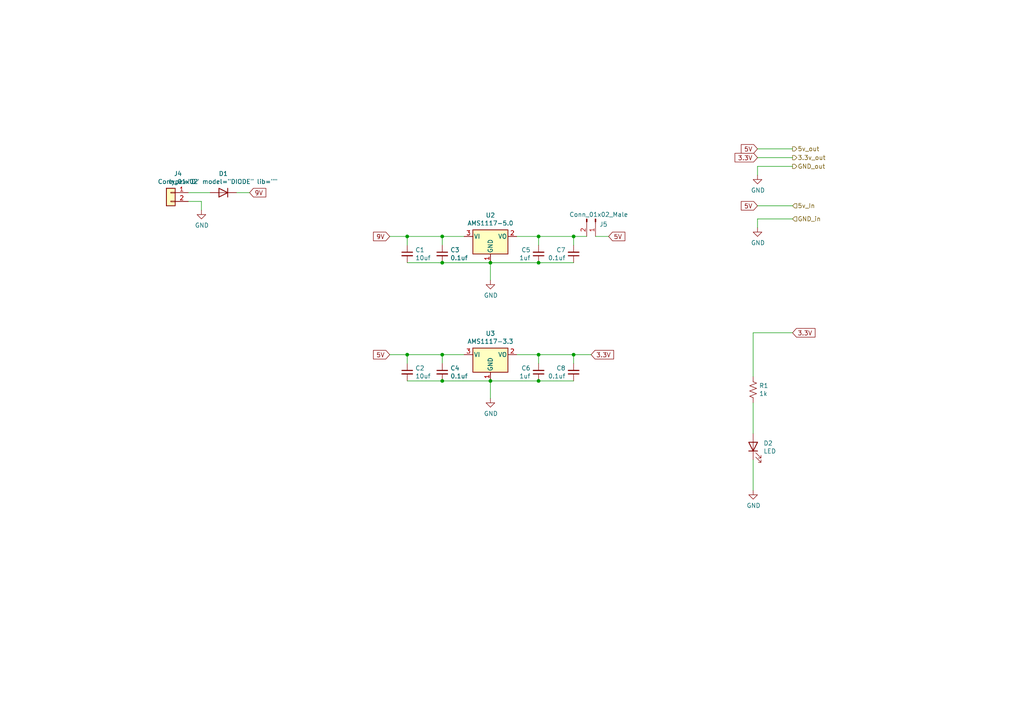
<source format=kicad_sch>
(kicad_sch (version 20211123) (generator eeschema)

  (uuid 7760a75a-d74b-4185-b34e-cbc7b2c339b6)

  (paper "A4")

  (lib_symbols
    (symbol "Connector:Conn_01x02_Male" (pin_names (offset 1.016) hide) (in_bom yes) (on_board yes)
      (property "Reference" "J" (id 0) (at 0 2.54 0)
        (effects (font (size 1.27 1.27)))
      )
      (property "Value" "Conn_01x02_Male" (id 1) (at 0 -5.08 0)
        (effects (font (size 1.27 1.27)))
      )
      (property "Footprint" "" (id 2) (at 0 0 0)
        (effects (font (size 1.27 1.27)) hide)
      )
      (property "Datasheet" "~" (id 3) (at 0 0 0)
        (effects (font (size 1.27 1.27)) hide)
      )
      (property "ki_keywords" "connector" (id 4) (at 0 0 0)
        (effects (font (size 1.27 1.27)) hide)
      )
      (property "ki_description" "Generic connector, single row, 01x02, script generated (kicad-library-utils/schlib/autogen/connector/)" (id 5) (at 0 0 0)
        (effects (font (size 1.27 1.27)) hide)
      )
      (property "ki_fp_filters" "Connector*:*_1x??_*" (id 6) (at 0 0 0)
        (effects (font (size 1.27 1.27)) hide)
      )
      (symbol "Conn_01x02_Male_1_1"
        (polyline
          (pts
            (xy 1.27 -2.54)
            (xy 0.8636 -2.54)
          )
          (stroke (width 0.1524) (type default) (color 0 0 0 0))
          (fill (type none))
        )
        (polyline
          (pts
            (xy 1.27 0)
            (xy 0.8636 0)
          )
          (stroke (width 0.1524) (type default) (color 0 0 0 0))
          (fill (type none))
        )
        (rectangle (start 0.8636 -2.413) (end 0 -2.667)
          (stroke (width 0.1524) (type default) (color 0 0 0 0))
          (fill (type outline))
        )
        (rectangle (start 0.8636 0.127) (end 0 -0.127)
          (stroke (width 0.1524) (type default) (color 0 0 0 0))
          (fill (type outline))
        )
        (pin passive line (at 5.08 0 180) (length 3.81)
          (name "Pin_1" (effects (font (size 1.27 1.27))))
          (number "1" (effects (font (size 1.27 1.27))))
        )
        (pin passive line (at 5.08 -2.54 180) (length 3.81)
          (name "Pin_2" (effects (font (size 1.27 1.27))))
          (number "2" (effects (font (size 1.27 1.27))))
        )
      )
    )
    (symbol "Connector_Generic:Conn_01x02" (pin_names (offset 1.016) hide) (in_bom yes) (on_board yes)
      (property "Reference" "J" (id 0) (at 0 2.54 0)
        (effects (font (size 1.27 1.27)))
      )
      (property "Value" "Conn_01x02" (id 1) (at 0 -5.08 0)
        (effects (font (size 1.27 1.27)))
      )
      (property "Footprint" "" (id 2) (at 0 0 0)
        (effects (font (size 1.27 1.27)) hide)
      )
      (property "Datasheet" "~" (id 3) (at 0 0 0)
        (effects (font (size 1.27 1.27)) hide)
      )
      (property "ki_keywords" "connector" (id 4) (at 0 0 0)
        (effects (font (size 1.27 1.27)) hide)
      )
      (property "ki_description" "Generic connector, single row, 01x02, script generated (kicad-library-utils/schlib/autogen/connector/)" (id 5) (at 0 0 0)
        (effects (font (size 1.27 1.27)) hide)
      )
      (property "ki_fp_filters" "Connector*:*_1x??_*" (id 6) (at 0 0 0)
        (effects (font (size 1.27 1.27)) hide)
      )
      (symbol "Conn_01x02_1_1"
        (rectangle (start -1.27 -2.413) (end 0 -2.667)
          (stroke (width 0.1524) (type default) (color 0 0 0 0))
          (fill (type none))
        )
        (rectangle (start -1.27 0.127) (end 0 -0.127)
          (stroke (width 0.1524) (type default) (color 0 0 0 0))
          (fill (type none))
        )
        (rectangle (start -1.27 1.27) (end 1.27 -3.81)
          (stroke (width 0.254) (type default) (color 0 0 0 0))
          (fill (type background))
        )
        (pin passive line (at -5.08 0 0) (length 3.81)
          (name "Pin_1" (effects (font (size 1.27 1.27))))
          (number "1" (effects (font (size 1.27 1.27))))
        )
        (pin passive line (at -5.08 -2.54 0) (length 3.81)
          (name "Pin_2" (effects (font (size 1.27 1.27))))
          (number "2" (effects (font (size 1.27 1.27))))
        )
      )
    )
    (symbol "Device:C_Small" (pin_numbers hide) (pin_names (offset 0.254) hide) (in_bom yes) (on_board yes)
      (property "Reference" "C" (id 0) (at 0.254 1.778 0)
        (effects (font (size 1.27 1.27)) (justify left))
      )
      (property "Value" "C_Small" (id 1) (at 0.254 -2.032 0)
        (effects (font (size 1.27 1.27)) (justify left))
      )
      (property "Footprint" "" (id 2) (at 0 0 0)
        (effects (font (size 1.27 1.27)) hide)
      )
      (property "Datasheet" "~" (id 3) (at 0 0 0)
        (effects (font (size 1.27 1.27)) hide)
      )
      (property "ki_keywords" "capacitor cap" (id 4) (at 0 0 0)
        (effects (font (size 1.27 1.27)) hide)
      )
      (property "ki_description" "Unpolarized capacitor, small symbol" (id 5) (at 0 0 0)
        (effects (font (size 1.27 1.27)) hide)
      )
      (property "ki_fp_filters" "C_*" (id 6) (at 0 0 0)
        (effects (font (size 1.27 1.27)) hide)
      )
      (symbol "C_Small_0_1"
        (polyline
          (pts
            (xy -1.524 -0.508)
            (xy 1.524 -0.508)
          )
          (stroke (width 0.3302) (type default) (color 0 0 0 0))
          (fill (type none))
        )
        (polyline
          (pts
            (xy -1.524 0.508)
            (xy 1.524 0.508)
          )
          (stroke (width 0.3048) (type default) (color 0 0 0 0))
          (fill (type none))
        )
      )
      (symbol "C_Small_1_1"
        (pin passive line (at 0 2.54 270) (length 2.032)
          (name "~" (effects (font (size 1.27 1.27))))
          (number "1" (effects (font (size 1.27 1.27))))
        )
        (pin passive line (at 0 -2.54 90) (length 2.032)
          (name "~" (effects (font (size 1.27 1.27))))
          (number "2" (effects (font (size 1.27 1.27))))
        )
      )
    )
    (symbol "Device:LED" (pin_numbers hide) (pin_names (offset 1.016) hide) (in_bom yes) (on_board yes)
      (property "Reference" "D" (id 0) (at 0 2.54 0)
        (effects (font (size 1.27 1.27)))
      )
      (property "Value" "LED" (id 1) (at 0 -2.54 0)
        (effects (font (size 1.27 1.27)))
      )
      (property "Footprint" "" (id 2) (at 0 0 0)
        (effects (font (size 1.27 1.27)) hide)
      )
      (property "Datasheet" "~" (id 3) (at 0 0 0)
        (effects (font (size 1.27 1.27)) hide)
      )
      (property "ki_keywords" "LED diode" (id 4) (at 0 0 0)
        (effects (font (size 1.27 1.27)) hide)
      )
      (property "ki_description" "Light emitting diode" (id 5) (at 0 0 0)
        (effects (font (size 1.27 1.27)) hide)
      )
      (property "ki_fp_filters" "LED* LED_SMD:* LED_THT:*" (id 6) (at 0 0 0)
        (effects (font (size 1.27 1.27)) hide)
      )
      (symbol "LED_0_1"
        (polyline
          (pts
            (xy -1.27 -1.27)
            (xy -1.27 1.27)
          )
          (stroke (width 0.254) (type default) (color 0 0 0 0))
          (fill (type none))
        )
        (polyline
          (pts
            (xy -1.27 0)
            (xy 1.27 0)
          )
          (stroke (width 0) (type default) (color 0 0 0 0))
          (fill (type none))
        )
        (polyline
          (pts
            (xy 1.27 -1.27)
            (xy 1.27 1.27)
            (xy -1.27 0)
            (xy 1.27 -1.27)
          )
          (stroke (width 0.254) (type default) (color 0 0 0 0))
          (fill (type none))
        )
        (polyline
          (pts
            (xy -3.048 -0.762)
            (xy -4.572 -2.286)
            (xy -3.81 -2.286)
            (xy -4.572 -2.286)
            (xy -4.572 -1.524)
          )
          (stroke (width 0) (type default) (color 0 0 0 0))
          (fill (type none))
        )
        (polyline
          (pts
            (xy -1.778 -0.762)
            (xy -3.302 -2.286)
            (xy -2.54 -2.286)
            (xy -3.302 -2.286)
            (xy -3.302 -1.524)
          )
          (stroke (width 0) (type default) (color 0 0 0 0))
          (fill (type none))
        )
      )
      (symbol "LED_1_1"
        (pin passive line (at -3.81 0 0) (length 2.54)
          (name "K" (effects (font (size 1.27 1.27))))
          (number "1" (effects (font (size 1.27 1.27))))
        )
        (pin passive line (at 3.81 0 180) (length 2.54)
          (name "A" (effects (font (size 1.27 1.27))))
          (number "2" (effects (font (size 1.27 1.27))))
        )
      )
    )
    (symbol "Device:R_US" (pin_numbers hide) (pin_names (offset 0)) (in_bom yes) (on_board yes)
      (property "Reference" "R" (id 0) (at 2.54 0 90)
        (effects (font (size 1.27 1.27)))
      )
      (property "Value" "R_US" (id 1) (at -2.54 0 90)
        (effects (font (size 1.27 1.27)))
      )
      (property "Footprint" "" (id 2) (at 1.016 -0.254 90)
        (effects (font (size 1.27 1.27)) hide)
      )
      (property "Datasheet" "~" (id 3) (at 0 0 0)
        (effects (font (size 1.27 1.27)) hide)
      )
      (property "ki_keywords" "R res resistor" (id 4) (at 0 0 0)
        (effects (font (size 1.27 1.27)) hide)
      )
      (property "ki_description" "Resistor, US symbol" (id 5) (at 0 0 0)
        (effects (font (size 1.27 1.27)) hide)
      )
      (property "ki_fp_filters" "R_*" (id 6) (at 0 0 0)
        (effects (font (size 1.27 1.27)) hide)
      )
      (symbol "R_US_0_1"
        (polyline
          (pts
            (xy 0 -2.286)
            (xy 0 -2.54)
          )
          (stroke (width 0) (type default) (color 0 0 0 0))
          (fill (type none))
        )
        (polyline
          (pts
            (xy 0 2.286)
            (xy 0 2.54)
          )
          (stroke (width 0) (type default) (color 0 0 0 0))
          (fill (type none))
        )
        (polyline
          (pts
            (xy 0 -0.762)
            (xy 1.016 -1.143)
            (xy 0 -1.524)
            (xy -1.016 -1.905)
            (xy 0 -2.286)
          )
          (stroke (width 0) (type default) (color 0 0 0 0))
          (fill (type none))
        )
        (polyline
          (pts
            (xy 0 0.762)
            (xy 1.016 0.381)
            (xy 0 0)
            (xy -1.016 -0.381)
            (xy 0 -0.762)
          )
          (stroke (width 0) (type default) (color 0 0 0 0))
          (fill (type none))
        )
        (polyline
          (pts
            (xy 0 2.286)
            (xy 1.016 1.905)
            (xy 0 1.524)
            (xy -1.016 1.143)
            (xy 0 0.762)
          )
          (stroke (width 0) (type default) (color 0 0 0 0))
          (fill (type none))
        )
      )
      (symbol "R_US_1_1"
        (pin passive line (at 0 3.81 270) (length 1.27)
          (name "~" (effects (font (size 1.27 1.27))))
          (number "1" (effects (font (size 1.27 1.27))))
        )
        (pin passive line (at 0 -3.81 90) (length 1.27)
          (name "~" (effects (font (size 1.27 1.27))))
          (number "2" (effects (font (size 1.27 1.27))))
        )
      )
    )
    (symbol "Regulator_Linear:AMS1117-3.3" (pin_names (offset 0.254)) (in_bom yes) (on_board yes)
      (property "Reference" "U" (id 0) (at -3.81 3.175 0)
        (effects (font (size 1.27 1.27)))
      )
      (property "Value" "AMS1117-3.3" (id 1) (at 0 3.175 0)
        (effects (font (size 1.27 1.27)) (justify left))
      )
      (property "Footprint" "Package_TO_SOT_SMD:SOT-223-3_TabPin2" (id 2) (at 0 5.08 0)
        (effects (font (size 1.27 1.27)) hide)
      )
      (property "Datasheet" "http://www.advanced-monolithic.com/pdf/ds1117.pdf" (id 3) (at 2.54 -6.35 0)
        (effects (font (size 1.27 1.27)) hide)
      )
      (property "ki_keywords" "linear regulator ldo fixed positive" (id 4) (at 0 0 0)
        (effects (font (size 1.27 1.27)) hide)
      )
      (property "ki_description" "1A Low Dropout regulator, positive, 3.3V fixed output, SOT-223" (id 5) (at 0 0 0)
        (effects (font (size 1.27 1.27)) hide)
      )
      (property "ki_fp_filters" "SOT?223*TabPin2*" (id 6) (at 0 0 0)
        (effects (font (size 1.27 1.27)) hide)
      )
      (symbol "AMS1117-3.3_0_1"
        (rectangle (start -5.08 -5.08) (end 5.08 1.905)
          (stroke (width 0.254) (type default) (color 0 0 0 0))
          (fill (type background))
        )
      )
      (symbol "AMS1117-3.3_1_1"
        (pin power_in line (at 0 -7.62 90) (length 2.54)
          (name "GND" (effects (font (size 1.27 1.27))))
          (number "1" (effects (font (size 1.27 1.27))))
        )
        (pin power_out line (at 7.62 0 180) (length 2.54)
          (name "VO" (effects (font (size 1.27 1.27))))
          (number "2" (effects (font (size 1.27 1.27))))
        )
        (pin power_in line (at -7.62 0 0) (length 2.54)
          (name "VI" (effects (font (size 1.27 1.27))))
          (number "3" (effects (font (size 1.27 1.27))))
        )
      )
    )
    (symbol "Regulator_Linear:AMS1117-5.0" (pin_names (offset 0.254)) (in_bom yes) (on_board yes)
      (property "Reference" "U" (id 0) (at -3.81 3.175 0)
        (effects (font (size 1.27 1.27)))
      )
      (property "Value" "AMS1117-5.0" (id 1) (at 0 3.175 0)
        (effects (font (size 1.27 1.27)) (justify left))
      )
      (property "Footprint" "Package_TO_SOT_SMD:SOT-223-3_TabPin2" (id 2) (at 0 5.08 0)
        (effects (font (size 1.27 1.27)) hide)
      )
      (property "Datasheet" "http://www.advanced-monolithic.com/pdf/ds1117.pdf" (id 3) (at 2.54 -6.35 0)
        (effects (font (size 1.27 1.27)) hide)
      )
      (property "ki_keywords" "linear regulator ldo fixed positive" (id 4) (at 0 0 0)
        (effects (font (size 1.27 1.27)) hide)
      )
      (property "ki_description" "1A Low Dropout regulator, positive, 5.0V fixed output, SOT-223" (id 5) (at 0 0 0)
        (effects (font (size 1.27 1.27)) hide)
      )
      (property "ki_fp_filters" "SOT?223*TabPin2*" (id 6) (at 0 0 0)
        (effects (font (size 1.27 1.27)) hide)
      )
      (symbol "AMS1117-5.0_0_1"
        (rectangle (start -5.08 -5.08) (end 5.08 1.905)
          (stroke (width 0.254) (type default) (color 0 0 0 0))
          (fill (type background))
        )
      )
      (symbol "AMS1117-5.0_1_1"
        (pin power_in line (at 0 -7.62 90) (length 2.54)
          (name "GND" (effects (font (size 1.27 1.27))))
          (number "1" (effects (font (size 1.27 1.27))))
        )
        (pin power_out line (at 7.62 0 180) (length 2.54)
          (name "VO" (effects (font (size 1.27 1.27))))
          (number "2" (effects (font (size 1.27 1.27))))
        )
        (pin power_in line (at -7.62 0 0) (length 2.54)
          (name "VI" (effects (font (size 1.27 1.27))))
          (number "3" (effects (font (size 1.27 1.27))))
        )
      )
    )
    (symbol "Simulation_SPICE:DIODE" (pin_numbers hide) (pin_names (offset 1.016) hide) (in_bom yes) (on_board yes)
      (property "Reference" "D" (id 0) (at 0 2.54 0)
        (effects (font (size 1.27 1.27)))
      )
      (property "Value" "DIODE" (id 1) (at 0 -2.54 0)
        (effects (font (size 1.27 1.27)))
      )
      (property "Footprint" "" (id 2) (at 0 0 0)
        (effects (font (size 1.27 1.27)) hide)
      )
      (property "Datasheet" "~" (id 3) (at 0 0 0)
        (effects (font (size 1.27 1.27)) hide)
      )
      (property "Spice_Netlist_Enabled" "Y" (id 4) (at 0 0 0)
        (effects (font (size 1.27 1.27)) (justify left) hide)
      )
      (property "Spice_Primitive" "D" (id 5) (at 0 0 0)
        (effects (font (size 1.27 1.27)) (justify left) hide)
      )
      (property "ki_keywords" "simulation" (id 6) (at 0 0 0)
        (effects (font (size 1.27 1.27)) hide)
      )
      (property "ki_description" "Diode, anode on pin 1, for simulation only!" (id 7) (at 0 0 0)
        (effects (font (size 1.27 1.27)) hide)
      )
      (symbol "DIODE_0_1"
        (polyline
          (pts
            (xy 1.27 0)
            (xy -1.27 0)
          )
          (stroke (width 0) (type default) (color 0 0 0 0))
          (fill (type none))
        )
        (polyline
          (pts
            (xy 1.27 1.27)
            (xy 1.27 -1.27)
          )
          (stroke (width 0.254) (type default) (color 0 0 0 0))
          (fill (type none))
        )
        (polyline
          (pts
            (xy -1.27 -1.27)
            (xy -1.27 1.27)
            (xy 1.27 0)
            (xy -1.27 -1.27)
          )
          (stroke (width 0.254) (type default) (color 0 0 0 0))
          (fill (type none))
        )
      )
      (symbol "DIODE_1_1"
        (pin passive line (at -3.81 0 0) (length 2.54)
          (name "A" (effects (font (size 1.27 1.27))))
          (number "1" (effects (font (size 1.27 1.27))))
        )
        (pin passive line (at 3.81 0 180) (length 2.54)
          (name "K" (effects (font (size 1.27 1.27))))
          (number "2" (effects (font (size 1.27 1.27))))
        )
      )
    )
    (symbol "power:GND" (power) (pin_names (offset 0)) (in_bom yes) (on_board yes)
      (property "Reference" "#PWR" (id 0) (at 0 -6.35 0)
        (effects (font (size 1.27 1.27)) hide)
      )
      (property "Value" "GND" (id 1) (at 0 -3.81 0)
        (effects (font (size 1.27 1.27)))
      )
      (property "Footprint" "" (id 2) (at 0 0 0)
        (effects (font (size 1.27 1.27)) hide)
      )
      (property "Datasheet" "" (id 3) (at 0 0 0)
        (effects (font (size 1.27 1.27)) hide)
      )
      (property "ki_keywords" "power-flag" (id 4) (at 0 0 0)
        (effects (font (size 1.27 1.27)) hide)
      )
      (property "ki_description" "Power symbol creates a global label with name \"GND\" , ground" (id 5) (at 0 0 0)
        (effects (font (size 1.27 1.27)) hide)
      )
      (symbol "GND_0_1"
        (polyline
          (pts
            (xy 0 0)
            (xy 0 -1.27)
            (xy 1.27 -1.27)
            (xy 0 -2.54)
            (xy -1.27 -1.27)
            (xy 0 -1.27)
          )
          (stroke (width 0) (type default) (color 0 0 0 0))
          (fill (type none))
        )
      )
      (symbol "GND_1_1"
        (pin power_in line (at 0 0 270) (length 0) hide
          (name "GND" (effects (font (size 1.27 1.27))))
          (number "1" (effects (font (size 1.27 1.27))))
        )
      )
    )
  )

  (junction (at 156.21 76.2) (diameter 0) (color 0 0 0 0)
    (uuid 01f82238-6335-48fe-8b0a-6853e227345a)
  )
  (junction (at 166.37 102.87) (diameter 0) (color 0 0 0 0)
    (uuid 363945f6-fbef-42be-99cf-4a8a48434d92)
  )
  (junction (at 128.27 102.87) (diameter 0) (color 0 0 0 0)
    (uuid 3c9169cc-3a77-4ae0-8afc-cbfc472a28c5)
  )
  (junction (at 128.27 76.2) (diameter 0) (color 0 0 0 0)
    (uuid 3d6cdd62-5634-4e30-acf8-1b9c1dbf6653)
  )
  (junction (at 128.27 110.49) (diameter 0) (color 0 0 0 0)
    (uuid 616287d9-a51f-498c-8b91-be46a0aa3a7f)
  )
  (junction (at 156.21 110.49) (diameter 0) (color 0 0 0 0)
    (uuid 701e1517-e8cf-46f4-b538-98e721c97380)
  )
  (junction (at 156.21 102.87) (diameter 0) (color 0 0 0 0)
    (uuid 75b944f9-bf25-4dc7-8104-e9f80b4f359b)
  )
  (junction (at 142.24 110.49) (diameter 0) (color 0 0 0 0)
    (uuid 8bdea5f6-7a53-427a-92b8-fd15994c2e8c)
  )
  (junction (at 118.11 68.58) (diameter 0) (color 0 0 0 0)
    (uuid e300709f-6c72-488d-a598-efcbd6d3af54)
  )
  (junction (at 166.37 68.58) (diameter 0) (color 0 0 0 0)
    (uuid e5e5220d-5b7e-47da-a902-b997ec8d4d58)
  )
  (junction (at 156.21 68.58) (diameter 0) (color 0 0 0 0)
    (uuid e6d68f56-4a40-4849-b8d1-13d5ca292900)
  )
  (junction (at 128.27 68.58) (diameter 0) (color 0 0 0 0)
    (uuid f44d04c5-0d17-4d52-8328-ef3b4fdfba5f)
  )
  (junction (at 118.11 102.87) (diameter 0) (color 0 0 0 0)
    (uuid f5c43e09-08d6-4a29-a53a-3b9ea7fb34cd)
  )
  (junction (at 142.24 76.2) (diameter 0) (color 0 0 0 0)
    (uuid fc4ad874-c922-4070-89f9-7262080469d8)
  )

  (wire (pts (xy 172.72 68.58) (xy 176.53 68.58))
    (stroke (width 0) (type default) (color 0 0 0 0))
    (uuid 0cbeb329-a88d-4a47-a5c2-a1d693de2f8c)
  )
  (wire (pts (xy 54.61 58.42) (xy 58.42 58.42))
    (stroke (width 0) (type default) (color 0 0 0 0))
    (uuid 0dfdfa9f-1e3f-4e14-b64b-12bde76a80c7)
  )
  (wire (pts (xy 156.21 68.58) (xy 166.37 68.58))
    (stroke (width 0) (type default) (color 0 0 0 0))
    (uuid 0e249018-17e7-42b3-ae5d-5ebf3ae299ae)
  )
  (wire (pts (xy 118.11 76.2) (xy 128.27 76.2))
    (stroke (width 0) (type default) (color 0 0 0 0))
    (uuid 0fc5db66-6188-4c1f-bb14-0868bef113eb)
  )
  (wire (pts (xy 218.44 96.52) (xy 218.44 109.22))
    (stroke (width 0) (type default) (color 0 0 0 0))
    (uuid 123968c6-74e7-4754-8c36-08ea08e42555)
  )
  (wire (pts (xy 118.11 71.12) (xy 118.11 68.58))
    (stroke (width 0) (type default) (color 0 0 0 0))
    (uuid 142dd724-2a9f-4eea-ab21-209b1bc7ec65)
  )
  (wire (pts (xy 118.11 68.58) (xy 128.27 68.58))
    (stroke (width 0) (type default) (color 0 0 0 0))
    (uuid 15a82541-58d8-45b5-99c5-fb52e017e3ea)
  )
  (wire (pts (xy 142.24 110.49) (xy 156.21 110.49))
    (stroke (width 0) (type default) (color 0 0 0 0))
    (uuid 1cb22080-0f59-4c18-a6e6-8685ef44ec53)
  )
  (wire (pts (xy 156.21 102.87) (xy 166.37 102.87))
    (stroke (width 0) (type default) (color 0 0 0 0))
    (uuid 2165c9a4-eb84-4cb6-a870-2fdc39d2511b)
  )
  (wire (pts (xy 156.21 110.49) (xy 166.37 110.49))
    (stroke (width 0) (type default) (color 0 0 0 0))
    (uuid 235067e2-1686-40fe-a9a0-61704311b2b1)
  )
  (wire (pts (xy 142.24 76.2) (xy 156.21 76.2))
    (stroke (width 0) (type default) (color 0 0 0 0))
    (uuid 319639ae-c2c5-486d-93b1-d03bb1b64252)
  )
  (wire (pts (xy 118.11 105.41) (xy 118.11 102.87))
    (stroke (width 0) (type default) (color 0 0 0 0))
    (uuid 31f91ec8-56e4-4e08-9ccd-012652772211)
  )
  (wire (pts (xy 218.44 116.84) (xy 218.44 125.73))
    (stroke (width 0) (type default) (color 0 0 0 0))
    (uuid 3e3d55c8-e0ea-48fb-8421-a84b7cb7055b)
  )
  (wire (pts (xy 128.27 102.87) (xy 134.62 102.87))
    (stroke (width 0) (type default) (color 0 0 0 0))
    (uuid 3e57b728-64e6-4470-8f27-a43c0dd85050)
  )
  (wire (pts (xy 219.71 59.69) (xy 229.87 59.69))
    (stroke (width 0) (type default) (color 0 0 0 0))
    (uuid 3efa2ece-8f3f-4a8c-96e9-6ab3ec6f1f70)
  )
  (wire (pts (xy 166.37 102.87) (xy 166.37 105.41))
    (stroke (width 0) (type default) (color 0 0 0 0))
    (uuid 5e7c3a32-8dda-4e6a-9838-c94d1f165575)
  )
  (wire (pts (xy 218.44 142.24) (xy 218.44 133.35))
    (stroke (width 0) (type default) (color 0 0 0 0))
    (uuid 5f312b85-6822-40a3-b417-2df49696ca2d)
  )
  (wire (pts (xy 128.27 105.41) (xy 128.27 102.87))
    (stroke (width 0) (type default) (color 0 0 0 0))
    (uuid 5f31b97b-d794-46d6-bbd9-7a5638bcf704)
  )
  (wire (pts (xy 166.37 68.58) (xy 166.37 71.12))
    (stroke (width 0) (type default) (color 0 0 0 0))
    (uuid 63489ebf-0f52-43a6-a0ab-158b1a7d4988)
  )
  (wire (pts (xy 219.71 48.26) (xy 229.87 48.26))
    (stroke (width 0) (type default) (color 0 0 0 0))
    (uuid 6a2bcc72-047b-4846-8583-1109e3552669)
  )
  (wire (pts (xy 113.03 102.87) (xy 118.11 102.87))
    (stroke (width 0) (type default) (color 0 0 0 0))
    (uuid 6cb535a7-247d-4f99-997d-c21b160eadfa)
  )
  (wire (pts (xy 142.24 115.57) (xy 142.24 110.49))
    (stroke (width 0) (type default) (color 0 0 0 0))
    (uuid 6cb93665-0bcd-4104-8633-fffd1811eee0)
  )
  (wire (pts (xy 219.71 66.04) (xy 219.71 63.5))
    (stroke (width 0) (type default) (color 0 0 0 0))
    (uuid 718e5c6d-0e4c-46d8-a149-2f2bfc54c7f1)
  )
  (wire (pts (xy 128.27 68.58) (xy 134.62 68.58))
    (stroke (width 0) (type default) (color 0 0 0 0))
    (uuid 759788bd-3cb9-4d38-b58c-5cb10b7dca6b)
  )
  (wire (pts (xy 156.21 76.2) (xy 166.37 76.2))
    (stroke (width 0) (type default) (color 0 0 0 0))
    (uuid 7c00778a-4692-4f9b-87d5-2d355077ce1e)
  )
  (wire (pts (xy 113.03 68.58) (xy 118.11 68.58))
    (stroke (width 0) (type default) (color 0 0 0 0))
    (uuid 8efee08b-b92e-4ba6-8722-c058e18114fe)
  )
  (wire (pts (xy 54.61 55.88) (xy 60.96 55.88))
    (stroke (width 0) (type default) (color 0 0 0 0))
    (uuid 9529c01f-e1cd-40be-b7f0-83780a544249)
  )
  (wire (pts (xy 166.37 102.87) (xy 171.45 102.87))
    (stroke (width 0) (type default) (color 0 0 0 0))
    (uuid 97dcf785-3264-40a1-a36e-8842acab24fb)
  )
  (wire (pts (xy 149.86 102.87) (xy 156.21 102.87))
    (stroke (width 0) (type default) (color 0 0 0 0))
    (uuid 98861672-254d-432b-8e5a-10d885a5ffdc)
  )
  (wire (pts (xy 166.37 68.58) (xy 170.18 68.58))
    (stroke (width 0) (type default) (color 0 0 0 0))
    (uuid 9c607e49-ee5c-4e85-a7da-6fede9912412)
  )
  (wire (pts (xy 219.71 63.5) (xy 229.87 63.5))
    (stroke (width 0) (type default) (color 0 0 0 0))
    (uuid 9e0e6fc0-a269-4822-b93d-4c5e6689ff11)
  )
  (wire (pts (xy 128.27 110.49) (xy 142.24 110.49))
    (stroke (width 0) (type default) (color 0 0 0 0))
    (uuid a599509f-fbb9-4db4-9adf-9e96bab1138d)
  )
  (wire (pts (xy 149.86 68.58) (xy 156.21 68.58))
    (stroke (width 0) (type default) (color 0 0 0 0))
    (uuid a5c8e189-1ddc-4a66-984b-e0fd1529d346)
  )
  (wire (pts (xy 72.39 55.88) (xy 68.58 55.88))
    (stroke (width 0) (type default) (color 0 0 0 0))
    (uuid b13e8448-bf35-4ec0-9c70-3f2250718cc2)
  )
  (wire (pts (xy 156.21 105.41) (xy 156.21 102.87))
    (stroke (width 0) (type default) (color 0 0 0 0))
    (uuid bac7c5b3-99df-445a-ade9-1e608bbbe27e)
  )
  (wire (pts (xy 128.27 76.2) (xy 142.24 76.2))
    (stroke (width 0) (type default) (color 0 0 0 0))
    (uuid bb59b92a-e4d0-4b9e-82cd-26304f5c15b8)
  )
  (wire (pts (xy 229.87 43.18) (xy 219.71 43.18))
    (stroke (width 0) (type default) (color 0 0 0 0))
    (uuid be2983fa-f06e-485e-bea1-3dd96b916ec5)
  )
  (wire (pts (xy 118.11 102.87) (xy 128.27 102.87))
    (stroke (width 0) (type default) (color 0 0 0 0))
    (uuid be41ac9e-b8ba-4089-983b-b84269707f1c)
  )
  (wire (pts (xy 156.21 68.58) (xy 156.21 71.12))
    (stroke (width 0) (type default) (color 0 0 0 0))
    (uuid c71f56c1-5b7c-4373-9716-fffac482104c)
  )
  (wire (pts (xy 219.71 50.8) (xy 219.71 48.26))
    (stroke (width 0) (type default) (color 0 0 0 0))
    (uuid c873689a-d206-42f5-aead-9199b4d63f51)
  )
  (wire (pts (xy 142.24 81.28) (xy 142.24 76.2))
    (stroke (width 0) (type default) (color 0 0 0 0))
    (uuid cc75e5ae-3348-4e7a-bd16-4df685ee47bd)
  )
  (wire (pts (xy 219.71 45.72) (xy 229.87 45.72))
    (stroke (width 0) (type default) (color 0 0 0 0))
    (uuid cee2f43a-7d22-4585-a857-73949bd17a9d)
  )
  (wire (pts (xy 58.42 58.42) (xy 58.42 60.96))
    (stroke (width 0) (type default) (color 0 0 0 0))
    (uuid e7d81bce-286e-41e4-9181-3511e9c0455e)
  )
  (wire (pts (xy 229.87 96.52) (xy 218.44 96.52))
    (stroke (width 0) (type default) (color 0 0 0 0))
    (uuid ee29d712-3378-4507-a00b-003526b29bb1)
  )
  (wire (pts (xy 128.27 71.12) (xy 128.27 68.58))
    (stroke (width 0) (type default) (color 0 0 0 0))
    (uuid f6983918-fe05-46ea-b355-bc522ec53440)
  )
  (wire (pts (xy 118.11 110.49) (xy 128.27 110.49))
    (stroke (width 0) (type default) (color 0 0 0 0))
    (uuid fa00d3f4-bb71-4b1d-aa40-ae9267e2c41f)
  )

  (global_label "5V" (shape input) (at 219.71 43.18 180) (fields_autoplaced)
    (effects (font (size 1.27 1.27)) (justify right))
    (uuid 0cc9bf07-55b9-458f-b8aa-41b2f51fa940)
    (property "Intersheet References" "${INTERSHEET_REFS}" (id 0) (at 0 0 0)
      (effects (font (size 1.27 1.27)) hide)
    )
  )
  (global_label "3.3V" (shape input) (at 219.71 45.72 180) (fields_autoplaced)
    (effects (font (size 1.27 1.27)) (justify right))
    (uuid 386ad9e3-71fa-420f-8722-88548b024fc5)
    (property "Intersheet References" "${INTERSHEET_REFS}" (id 0) (at 0 0 0)
      (effects (font (size 1.27 1.27)) hide)
    )
  )
  (global_label "5V" (shape input) (at 176.53 68.58 0) (fields_autoplaced)
    (effects (font (size 1.27 1.27)) (justify left))
    (uuid 52a8f1be-73ca-41a8-bc24-2320706b0ec1)
    (property "Intersheet References" "${INTERSHEET_REFS}" (id 0) (at 0 0 0)
      (effects (font (size 1.27 1.27)) hide)
    )
  )
  (global_label "3.3V" (shape input) (at 229.87 96.52 0) (fields_autoplaced)
    (effects (font (size 1.27 1.27)) (justify left))
    (uuid 7b766787-7689-40b8-9ef5-c0b1af45a9ae)
    (property "Intersheet References" "${INTERSHEET_REFS}" (id 0) (at 0 0 0)
      (effects (font (size 1.27 1.27)) hide)
    )
  )
  (global_label "3.3V" (shape input) (at 171.45 102.87 0) (fields_autoplaced)
    (effects (font (size 1.27 1.27)) (justify left))
    (uuid 7c5f3091-7791-43b3-8d50-43f6a72274c9)
    (property "Intersheet References" "${INTERSHEET_REFS}" (id 0) (at 0 0 0)
      (effects (font (size 1.27 1.27)) hide)
    )
  )
  (global_label "5V" (shape input) (at 219.71 59.69 180) (fields_autoplaced)
    (effects (font (size 1.27 1.27)) (justify right))
    (uuid a0e7a81b-2259-4f8d-8368-ba75f2004714)
    (property "Intersheet References" "${INTERSHEET_REFS}" (id 0) (at 0 0 0)
      (effects (font (size 1.27 1.27)) hide)
    )
  )
  (global_label "9V" (shape input) (at 113.03 68.58 180) (fields_autoplaced)
    (effects (font (size 1.27 1.27)) (justify right))
    (uuid cd5e758d-cb66-484a-ae8b-21f53ceee49e)
    (property "Intersheet References" "${INTERSHEET_REFS}" (id 0) (at 0 0 0)
      (effects (font (size 1.27 1.27)) hide)
    )
  )
  (global_label "9V" (shape input) (at 72.39 55.88 0) (fields_autoplaced)
    (effects (font (size 1.27 1.27)) (justify left))
    (uuid d68e5ddb-039c-483f-88a3-1b0b7964b482)
    (property "Intersheet References" "${INTERSHEET_REFS}" (id 0) (at 0 0 0)
      (effects (font (size 1.27 1.27)) hide)
    )
  )
  (global_label "5V" (shape input) (at 113.03 102.87 180) (fields_autoplaced)
    (effects (font (size 1.27 1.27)) (justify right))
    (uuid e0830067-5b66-4ce1-b2d1-aaa8af20baf7)
    (property "Intersheet References" "${INTERSHEET_REFS}" (id 0) (at 0 0 0)
      (effects (font (size 1.27 1.27)) hide)
    )
  )

  (hierarchical_label "3.3v_out" (shape output) (at 229.87 45.72 0)
    (effects (font (size 1.27 1.27)) (justify left))
    (uuid 212bf70c-2324-47d9-8700-59771063baeb)
  )
  (hierarchical_label "GND_out" (shape output) (at 229.87 48.26 0)
    (effects (font (size 1.27 1.27)) (justify left))
    (uuid 44035e53-ff94-45ad-801f-55a1ce042a0d)
  )
  (hierarchical_label "GND_in" (shape input) (at 229.87 63.5 0)
    (effects (font (size 1.27 1.27)) (justify left))
    (uuid 70d34adf-9bd8-469e-8c77-5c0d7adf511e)
  )
  (hierarchical_label "5v_In" (shape input) (at 229.87 59.69 0)
    (effects (font (size 1.27 1.27)) (justify left))
    (uuid 775e8983-a723-43c5-bf00-61681f0840f3)
  )
  (hierarchical_label "5v_out" (shape output) (at 229.87 43.18 0)
    (effects (font (size 1.27 1.27)) (justify left))
    (uuid dc1d84c8-33da-4489-be8e-2a1de3001779)
  )

  (symbol (lib_id "Regulator_Linear:AMS1117-3.3") (at 142.24 102.87 0) (unit 1)
    (in_bom yes) (on_board yes)
    (uuid 00000000-0000-0000-0000-000060fd8c78)
    (property "Reference" "U3" (id 0) (at 142.24 96.7232 0))
    (property "Value" "AMS1117-3.3" (id 1) (at 142.24 99.0346 0))
    (property "Footprint" "Package_TO_SOT_SMD:SOT-223-3_TabPin2" (id 2) (at 142.24 97.79 0)
      (effects (font (size 1.27 1.27)) hide)
    )
    (property "Datasheet" "http://www.advanced-monolithic.com/pdf/ds1117.pdf" (id 3) (at 144.78 109.22 0)
      (effects (font (size 1.27 1.27)) hide)
    )
    (pin "1" (uuid 444fb454-6809-42e6-b882-3db7e3d3c161))
    (pin "2" (uuid fd73062e-a4fc-406f-8969-1545978d1957))
    (pin "3" (uuid 11091693-2ffd-4857-87b8-1a99648354f1))
  )

  (symbol (lib_id "Regulator_Linear:AMS1117-5.0") (at 142.24 68.58 0) (unit 1)
    (in_bom yes) (on_board yes)
    (uuid 00000000-0000-0000-0000-000060fd9a45)
    (property "Reference" "U2" (id 0) (at 142.24 62.4332 0))
    (property "Value" "AMS1117-5.0" (id 1) (at 142.24 64.7446 0))
    (property "Footprint" "Package_TO_SOT_SMD:SOT-223-3_TabPin2" (id 2) (at 142.24 63.5 0)
      (effects (font (size 1.27 1.27)) hide)
    )
    (property "Datasheet" "http://www.advanced-monolithic.com/pdf/ds1117.pdf" (id 3) (at 144.78 74.93 0)
      (effects (font (size 1.27 1.27)) hide)
    )
    (pin "1" (uuid e30c9120-daf7-4088-9889-81f5e89957e9))
    (pin "2" (uuid 41a4cb86-27ec-413d-a2f2-f3b4e977cfca))
    (pin "3" (uuid 4bd9a00f-6a69-4bb2-afd1-9b04700f5de3))
  )

  (symbol (lib_id "Connector_Generic:Conn_01x02") (at 49.53 55.88 0) (mirror y) (unit 1)
    (in_bom yes) (on_board yes)
    (uuid 00000000-0000-0000-0000-000060fed82d)
    (property "Reference" "J4" (id 0) (at 51.6128 50.3682 0))
    (property "Value" "Conn_01x02" (id 1) (at 51.6128 52.6796 0))
    (property "Footprint" "Connector_JST:JST_XH_B2B-XH-AM_1x02_P2.50mm_Vertical" (id 2) (at 49.53 55.88 0)
      (effects (font (size 1.27 1.27)) hide)
    )
    (property "Datasheet" "~" (id 3) (at 49.53 55.88 0)
      (effects (font (size 1.27 1.27)) hide)
    )
    (pin "1" (uuid acd5c403-c981-4118-b577-3766dfcafb9c))
    (pin "2" (uuid 3620271a-6cf6-45f1-931f-a2387533dca8))
  )

  (symbol (lib_id "Simulation_SPICE:DIODE") (at 64.77 55.88 0) (unit 1)
    (in_bom yes) (on_board yes)
    (uuid 00000000-0000-0000-0000-000060fedd26)
    (property "Reference" "D1" (id 0) (at 64.77 50.3682 0))
    (property "Value" "DIODE" (id 1) (at 64.77 52.6796 0))
    (property "Footprint" "Diode_SMD:D_SOD-323_HandSoldering" (id 2) (at 64.77 55.88 0)
      (effects (font (size 1.27 1.27)) hide)
    )
    (property "Datasheet" "~" (id 3) (at 64.77 55.88 0)
      (effects (font (size 1.27 1.27)) hide)
    )
    (property "Spice_Netlist_Enabled" "Y" (id 4) (at 64.77 55.88 0)
      (effects (font (size 1.27 1.27)) (justify left) hide)
    )
    (property "Spice_Primitive" "D" (id 5) (at 64.77 55.88 0)
      (effects (font (size 1.27 1.27)) (justify left) hide)
    )
    (pin "1" (uuid 43b36f90-d311-4567-a2f4-7ec267c2baba))
    (pin "2" (uuid 6d91609a-4586-4dfe-99dd-c4fa800a2dba))
  )

  (symbol (lib_id "power:GND") (at 58.42 60.96 0) (unit 1)
    (in_bom yes) (on_board yes)
    (uuid 00000000-0000-0000-0000-000060fee250)
    (property "Reference" "#PWR01" (id 0) (at 58.42 67.31 0)
      (effects (font (size 1.27 1.27)) hide)
    )
    (property "Value" "GND" (id 1) (at 58.547 65.3542 0))
    (property "Footprint" "" (id 2) (at 58.42 60.96 0)
      (effects (font (size 1.27 1.27)) hide)
    )
    (property "Datasheet" "" (id 3) (at 58.42 60.96 0)
      (effects (font (size 1.27 1.27)) hide)
    )
    (pin "1" (uuid 0d26aaed-2cb6-45be-a4cc-9eba453fd15b))
  )

  (symbol (lib_id "Device:C_Small") (at 128.27 73.66 0) (unit 1)
    (in_bom yes) (on_board yes)
    (uuid 00000000-0000-0000-0000-000060fee7ca)
    (property "Reference" "C3" (id 0) (at 130.6068 72.4916 0)
      (effects (font (size 1.27 1.27)) (justify left))
    )
    (property "Value" "0.1uf" (id 1) (at 130.6068 74.803 0)
      (effects (font (size 1.27 1.27)) (justify left))
    )
    (property "Footprint" "Capacitor_SMD:C_0805_2012Metric" (id 2) (at 128.27 73.66 0)
      (effects (font (size 1.27 1.27)) hide)
    )
    (property "Datasheet" "~" (id 3) (at 128.27 73.66 0)
      (effects (font (size 1.27 1.27)) hide)
    )
    (pin "1" (uuid 83fdd135-b6ed-41b9-8059-cec1db386f21))
    (pin "2" (uuid 9b679932-01f1-4042-ae4a-4e7c63cc9074))
  )

  (symbol (lib_id "Device:C_Small") (at 118.11 73.66 0) (unit 1)
    (in_bom yes) (on_board yes)
    (uuid 00000000-0000-0000-0000-000060feeeb9)
    (property "Reference" "C1" (id 0) (at 120.4468 72.4916 0)
      (effects (font (size 1.27 1.27)) (justify left))
    )
    (property "Value" "10uf" (id 1) (at 120.4468 74.803 0)
      (effects (font (size 1.27 1.27)) (justify left))
    )
    (property "Footprint" "Capacitor_SMD:C_0805_2012Metric" (id 2) (at 118.11 73.66 0)
      (effects (font (size 1.27 1.27)) hide)
    )
    (property "Datasheet" "~" (id 3) (at 118.11 73.66 0)
      (effects (font (size 1.27 1.27)) hide)
    )
    (pin "1" (uuid 215350ca-fbb7-4cdc-a57a-8c0872f8cdd0))
    (pin "2" (uuid 6ac35f35-532f-480b-83dd-c0a183d53c48))
  )

  (symbol (lib_id "Device:C_Small") (at 156.21 73.66 0) (mirror x) (unit 1)
    (in_bom yes) (on_board yes)
    (uuid 00000000-0000-0000-0000-000060fefa20)
    (property "Reference" "C5" (id 0) (at 153.8986 72.4916 0)
      (effects (font (size 1.27 1.27)) (justify right))
    )
    (property "Value" "1uf" (id 1) (at 153.8986 74.803 0)
      (effects (font (size 1.27 1.27)) (justify right))
    )
    (property "Footprint" "Capacitor_SMD:C_0805_2012Metric" (id 2) (at 156.21 73.66 0)
      (effects (font (size 1.27 1.27)) hide)
    )
    (property "Datasheet" "~" (id 3) (at 156.21 73.66 0)
      (effects (font (size 1.27 1.27)) hide)
    )
    (pin "1" (uuid 628bc359-0022-4aec-aa5b-6f5d2245c495))
    (pin "2" (uuid aac414c8-37c2-49bb-98da-3a2bf7a0c553))
  )

  (symbol (lib_id "Device:C_Small") (at 166.37 73.66 0) (mirror x) (unit 1)
    (in_bom yes) (on_board yes)
    (uuid 00000000-0000-0000-0000-000060ff042f)
    (property "Reference" "C7" (id 0) (at 164.0586 72.4916 0)
      (effects (font (size 1.27 1.27)) (justify right))
    )
    (property "Value" "0.1uf" (id 1) (at 164.0586 74.803 0)
      (effects (font (size 1.27 1.27)) (justify right))
    )
    (property "Footprint" "Capacitor_SMD:C_0805_2012Metric" (id 2) (at 166.37 73.66 0)
      (effects (font (size 1.27 1.27)) hide)
    )
    (property "Datasheet" "~" (id 3) (at 166.37 73.66 0)
      (effects (font (size 1.27 1.27)) hide)
    )
    (pin "1" (uuid b660b5f4-a97d-4cf0-a5cf-f1705548cf79))
    (pin "2" (uuid fe35c0bc-f61c-436f-a24b-eae76a324851))
  )

  (symbol (lib_id "Connector:Conn_01x02_Male") (at 172.72 63.5 270) (unit 1)
    (in_bom yes) (on_board yes)
    (uuid 00000000-0000-0000-0000-000060ff12b6)
    (property "Reference" "J5" (id 0) (at 173.8376 65.0748 90)
      (effects (font (size 1.27 1.27)) (justify left))
    )
    (property "Value" "Conn_01x02_Male" (id 1) (at 165.1 62.23 90)
      (effects (font (size 1.27 1.27)) (justify left))
    )
    (property "Footprint" "Connector_PinSocket_2.54mm:PinSocket_1x02_P2.54mm_Vertical" (id 2) (at 172.72 63.5 0)
      (effects (font (size 1.27 1.27)) hide)
    )
    (property "Datasheet" "~" (id 3) (at 172.72 63.5 0)
      (effects (font (size 1.27 1.27)) hide)
    )
    (pin "1" (uuid 0945838e-d89b-4b3b-895b-6f540cfbcffa))
    (pin "2" (uuid 7133e3cd-deb9-41ae-a913-a96b1fc36ff6))
  )

  (symbol (lib_id "power:GND") (at 142.24 81.28 0) (unit 1)
    (in_bom yes) (on_board yes)
    (uuid 00000000-0000-0000-0000-000060ff281b)
    (property "Reference" "#PWR02" (id 0) (at 142.24 87.63 0)
      (effects (font (size 1.27 1.27)) hide)
    )
    (property "Value" "GND" (id 1) (at 142.367 85.6742 0))
    (property "Footprint" "" (id 2) (at 142.24 81.28 0)
      (effects (font (size 1.27 1.27)) hide)
    )
    (property "Datasheet" "" (id 3) (at 142.24 81.28 0)
      (effects (font (size 1.27 1.27)) hide)
    )
    (pin "1" (uuid e9a9db28-69b6-49a1-a5bb-eeea2fcd349f))
  )

  (symbol (lib_id "Device:C_Small") (at 118.11 107.95 0) (unit 1)
    (in_bom yes) (on_board yes)
    (uuid 00000000-0000-0000-0000-000060ff2ce4)
    (property "Reference" "C2" (id 0) (at 120.4468 106.7816 0)
      (effects (font (size 1.27 1.27)) (justify left))
    )
    (property "Value" "10uf" (id 1) (at 120.4468 109.093 0)
      (effects (font (size 1.27 1.27)) (justify left))
    )
    (property "Footprint" "Capacitor_SMD:C_0805_2012Metric" (id 2) (at 118.11 107.95 0)
      (effects (font (size 1.27 1.27)) hide)
    )
    (property "Datasheet" "~" (id 3) (at 118.11 107.95 0)
      (effects (font (size 1.27 1.27)) hide)
    )
    (pin "1" (uuid 5b2091dc-8741-4417-b029-4cc5166934e2))
    (pin "2" (uuid 45c4365a-ca77-47ae-b63b-f2ef95ac5706))
  )

  (symbol (lib_id "Device:C_Small") (at 128.27 107.95 0) (unit 1)
    (in_bom yes) (on_board yes)
    (uuid 00000000-0000-0000-0000-000060ff3018)
    (property "Reference" "C4" (id 0) (at 130.6068 106.7816 0)
      (effects (font (size 1.27 1.27)) (justify left))
    )
    (property "Value" "0.1uf" (id 1) (at 130.6068 109.093 0)
      (effects (font (size 1.27 1.27)) (justify left))
    )
    (property "Footprint" "Capacitor_SMD:C_0805_2012Metric" (id 2) (at 128.27 107.95 0)
      (effects (font (size 1.27 1.27)) hide)
    )
    (property "Datasheet" "~" (id 3) (at 128.27 107.95 0)
      (effects (font (size 1.27 1.27)) hide)
    )
    (pin "1" (uuid 1845c726-c304-44aa-9be4-2d04db27d027))
    (pin "2" (uuid 9a22eaf2-7917-4e4a-b7ed-9b2faedc3442))
  )

  (symbol (lib_id "Device:C_Small") (at 156.21 107.95 0) (mirror x) (unit 1)
    (in_bom yes) (on_board yes)
    (uuid 00000000-0000-0000-0000-000060ff3332)
    (property "Reference" "C6" (id 0) (at 153.8986 106.7816 0)
      (effects (font (size 1.27 1.27)) (justify right))
    )
    (property "Value" "1uf" (id 1) (at 153.8986 109.093 0)
      (effects (font (size 1.27 1.27)) (justify right))
    )
    (property "Footprint" "Capacitor_SMD:C_0805_2012Metric" (id 2) (at 156.21 107.95 0)
      (effects (font (size 1.27 1.27)) hide)
    )
    (property "Datasheet" "~" (id 3) (at 156.21 107.95 0)
      (effects (font (size 1.27 1.27)) hide)
    )
    (pin "1" (uuid 5f354cd0-c4c2-4923-bc00-2a793ec7b257))
    (pin "2" (uuid 89d8e8f1-e7c5-44b0-98d9-649615666f62))
  )

  (symbol (lib_id "Device:C_Small") (at 166.37 107.95 0) (mirror x) (unit 1)
    (in_bom yes) (on_board yes)
    (uuid 00000000-0000-0000-0000-000060ff36d9)
    (property "Reference" "C8" (id 0) (at 164.0586 106.7816 0)
      (effects (font (size 1.27 1.27)) (justify right))
    )
    (property "Value" "0.1uf" (id 1) (at 164.0586 109.093 0)
      (effects (font (size 1.27 1.27)) (justify right))
    )
    (property "Footprint" "Capacitor_SMD:C_0805_2012Metric" (id 2) (at 166.37 107.95 0)
      (effects (font (size 1.27 1.27)) hide)
    )
    (property "Datasheet" "~" (id 3) (at 166.37 107.95 0)
      (effects (font (size 1.27 1.27)) hide)
    )
    (pin "1" (uuid bedcf083-78dd-4086-9c06-636fc7cb7f70))
    (pin "2" (uuid da803c35-d023-4685-8108-10e13c4f687d))
  )

  (symbol (lib_id "power:GND") (at 142.24 115.57 0) (unit 1)
    (in_bom yes) (on_board yes)
    (uuid 00000000-0000-0000-0000-000060ff5374)
    (property "Reference" "#PWR03" (id 0) (at 142.24 121.92 0)
      (effects (font (size 1.27 1.27)) hide)
    )
    (property "Value" "GND" (id 1) (at 142.367 119.9642 0))
    (property "Footprint" "" (id 2) (at 142.24 115.57 0)
      (effects (font (size 1.27 1.27)) hide)
    )
    (property "Datasheet" "" (id 3) (at 142.24 115.57 0)
      (effects (font (size 1.27 1.27)) hide)
    )
    (pin "1" (uuid a58ee600-be53-4070-a18e-8b304f106c5f))
  )

  (symbol (lib_id "power:GND") (at 219.71 50.8 0) (unit 1)
    (in_bom yes) (on_board yes)
    (uuid 00000000-0000-0000-0000-000061006e7a)
    (property "Reference" "#PWR05" (id 0) (at 219.71 57.15 0)
      (effects (font (size 1.27 1.27)) hide)
    )
    (property "Value" "GND" (id 1) (at 219.837 55.1942 0))
    (property "Footprint" "" (id 2) (at 219.71 50.8 0)
      (effects (font (size 1.27 1.27)) hide)
    )
    (property "Datasheet" "" (id 3) (at 219.71 50.8 0)
      (effects (font (size 1.27 1.27)) hide)
    )
    (pin "1" (uuid 31b5a4e9-60a7-44c2-bfaa-3c4a45e59497))
  )

  (symbol (lib_id "power:GND") (at 219.71 66.04 0) (unit 1)
    (in_bom yes) (on_board yes)
    (uuid 00000000-0000-0000-0000-0000610093f7)
    (property "Reference" "#PWR06" (id 0) (at 219.71 72.39 0)
      (effects (font (size 1.27 1.27)) hide)
    )
    (property "Value" "GND" (id 1) (at 219.837 70.4342 0))
    (property "Footprint" "" (id 2) (at 219.71 66.04 0)
      (effects (font (size 1.27 1.27)) hide)
    )
    (property "Datasheet" "" (id 3) (at 219.71 66.04 0)
      (effects (font (size 1.27 1.27)) hide)
    )
    (pin "1" (uuid ca7f9e50-c217-4b34-98ea-83bb9cd22628))
  )

  (symbol (lib_id "Device:LED") (at 218.44 129.54 90) (unit 1)
    (in_bom yes) (on_board yes)
    (uuid 00000000-0000-0000-0000-00006100a0d4)
    (property "Reference" "D2" (id 0) (at 221.4372 128.5494 90)
      (effects (font (size 1.27 1.27)) (justify right))
    )
    (property "Value" "LED" (id 1) (at 221.4372 130.8608 90)
      (effects (font (size 1.27 1.27)) (justify right))
    )
    (property "Footprint" "LED_SMD:LED_0805_2012Metric" (id 2) (at 218.44 129.54 0)
      (effects (font (size 1.27 1.27)) hide)
    )
    (property "Datasheet" "~" (id 3) (at 218.44 129.54 0)
      (effects (font (size 1.27 1.27)) hide)
    )
    (pin "1" (uuid 2b4a2b32-e8da-4551-9464-672b6515e1fb))
    (pin "2" (uuid a0ce2bf9-6ad9-4f8c-9e6e-34e2acc17fb0))
  )

  (symbol (lib_id "Device:R_US") (at 218.44 113.03 0) (unit 1)
    (in_bom yes) (on_board yes)
    (uuid 00000000-0000-0000-0000-00006100a91b)
    (property "Reference" "R1" (id 0) (at 220.1672 111.8616 0)
      (effects (font (size 1.27 1.27)) (justify left))
    )
    (property "Value" "1k" (id 1) (at 220.1672 114.173 0)
      (effects (font (size 1.27 1.27)) (justify left))
    )
    (property "Footprint" "Resistor_SMD:R_0805_2012Metric" (id 2) (at 219.456 113.284 90)
      (effects (font (size 1.27 1.27)) hide)
    )
    (property "Datasheet" "~" (id 3) (at 218.44 113.03 0)
      (effects (font (size 1.27 1.27)) hide)
    )
    (pin "1" (uuid 46c9373e-60c3-4a1a-802c-a932ce8615e0))
    (pin "2" (uuid c2c7dd2c-b024-4296-a73c-5adc03bcdbac))
  )

  (symbol (lib_id "power:GND") (at 218.44 142.24 0) (unit 1)
    (in_bom yes) (on_board yes)
    (uuid 00000000-0000-0000-0000-00006100c54a)
    (property "Reference" "#PWR04" (id 0) (at 218.44 148.59 0)
      (effects (font (size 1.27 1.27)) hide)
    )
    (property "Value" "GND" (id 1) (at 218.567 146.6342 0))
    (property "Footprint" "" (id 2) (at 218.44 142.24 0)
      (effects (font (size 1.27 1.27)) hide)
    )
    (property "Datasheet" "" (id 3) (at 218.44 142.24 0)
      (effects (font (size 1.27 1.27)) hide)
    )
    (pin "1" (uuid a96969a4-3dc1-4d35-bee4-6d95d9eae809))
  )
)

</source>
